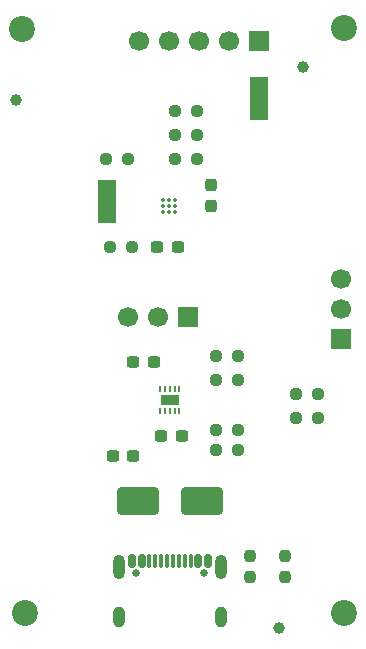
<source format=gbr>
%TF.GenerationSoftware,KiCad,Pcbnew,9.0.3*%
%TF.CreationDate,2025-08-03T17:59:23+05:30*%
%TF.ProjectId,BatteryCharger_FuelGauge_Breakout_Board,42617474-6572-4794-9368-61726765725f,rev?*%
%TF.SameCoordinates,Original*%
%TF.FileFunction,Soldermask,Top*%
%TF.FilePolarity,Negative*%
%FSLAX46Y46*%
G04 Gerber Fmt 4.6, Leading zero omitted, Abs format (unit mm)*
G04 Created by KiCad (PCBNEW 9.0.3) date 2025-08-03 17:59:23*
%MOMM*%
%LPD*%
G01*
G04 APERTURE LIST*
G04 Aperture macros list*
%AMRoundRect*
0 Rectangle with rounded corners*
0 $1 Rounding radius*
0 $2 $3 $4 $5 $6 $7 $8 $9 X,Y pos of 4 corners*
0 Add a 4 corners polygon primitive as box body*
4,1,4,$2,$3,$4,$5,$6,$7,$8,$9,$2,$3,0*
0 Add four circle primitives for the rounded corners*
1,1,$1+$1,$2,$3*
1,1,$1+$1,$4,$5*
1,1,$1+$1,$6,$7*
1,1,$1+$1,$8,$9*
0 Add four rect primitives between the rounded corners*
20,1,$1+$1,$2,$3,$4,$5,0*
20,1,$1+$1,$4,$5,$6,$7,0*
20,1,$1+$1,$6,$7,$8,$9,0*
20,1,$1+$1,$8,$9,$2,$3,0*%
G04 Aperture macros list end*
%ADD10RoundRect,0.237500X0.237500X-0.250000X0.237500X0.250000X-0.237500X0.250000X-0.237500X-0.250000X0*%
%ADD11R,1.700000X1.700000*%
%ADD12C,1.700000*%
%ADD13RoundRect,0.237500X0.250000X0.237500X-0.250000X0.237500X-0.250000X-0.237500X0.250000X-0.237500X0*%
%ADD14R,1.500000X1.000000*%
%ADD15C,2.200000*%
%ADD16RoundRect,0.237500X0.300000X0.237500X-0.300000X0.237500X-0.300000X-0.237500X0.300000X-0.237500X0*%
%ADD17RoundRect,0.237500X0.237500X-0.300000X0.237500X0.300000X-0.237500X0.300000X-0.237500X-0.300000X0*%
%ADD18RoundRect,0.237500X-0.250000X-0.237500X0.250000X-0.237500X0.250000X0.237500X-0.250000X0.237500X0*%
%ADD19C,0.650000*%
%ADD20RoundRect,0.150000X-0.150000X-0.425000X0.150000X-0.425000X0.150000X0.425000X-0.150000X0.425000X0*%
%ADD21RoundRect,0.075000X-0.075000X-0.500000X0.075000X-0.500000X0.075000X0.500000X-0.075000X0.500000X0*%
%ADD22O,1.000000X2.100000*%
%ADD23O,1.000000X1.800000*%
%ADD24C,1.000000*%
%ADD25RoundRect,0.250000X-1.500000X-0.900000X1.500000X-0.900000X1.500000X0.900000X-1.500000X0.900000X0*%
%ADD26C,0.345000*%
%ADD27RoundRect,0.237500X-0.300000X-0.237500X0.300000X-0.237500X0.300000X0.237500X-0.300000X0.237500X0*%
%ADD28RoundRect,0.050000X0.050000X-0.200000X0.050000X0.200000X-0.050000X0.200000X-0.050000X-0.200000X0*%
%ADD29C,0.300000*%
%ADD30R,1.500000X0.900000*%
G04 APERTURE END LIST*
%TO.C,JP2*%
G36*
X147550000Y-87650000D02*
G01*
X146050000Y-87650000D01*
X146050000Y-89250000D01*
X147550000Y-89250000D01*
X147550000Y-87650000D01*
G37*
%TO.C,JP1*%
G36*
X133157500Y-97950000D02*
G01*
X134657500Y-97950000D01*
X134657500Y-96350000D01*
X133157500Y-96350000D01*
X133157500Y-97950000D01*
G37*
%TD*%
D10*
%TO.C,R13*%
X146000000Y-129000000D03*
X146000000Y-127175000D03*
%TD*%
D11*
%TO.C,J1*%
X146780000Y-83550000D03*
D12*
X144240000Y-83550000D03*
X141700000Y-83550000D03*
X139160000Y-83550000D03*
X136620000Y-83550000D03*
%TD*%
D13*
%TO.C,R1*%
X141525000Y-89550000D03*
X139700000Y-89550000D03*
%TD*%
D14*
%TO.C,JP2*%
X146800000Y-87150000D03*
X146800000Y-88450000D03*
X146800000Y-89750000D03*
%TD*%
D15*
%TO.C,H4*%
X154000000Y-132000000D03*
%TD*%
D13*
%TO.C,R4*%
X135700000Y-93550000D03*
X133875000Y-93550000D03*
%TD*%
D16*
%TO.C,C3*%
X136112500Y-118750000D03*
X134387500Y-118750000D03*
%TD*%
D10*
%TO.C,R14*%
X149000000Y-129000000D03*
X149000000Y-127175000D03*
%TD*%
D17*
%TO.C,C1*%
X142700000Y-97512500D03*
X142700000Y-95787500D03*
%TD*%
D18*
%TO.C,R5*%
X134175000Y-101050000D03*
X136000000Y-101050000D03*
%TD*%
D19*
%TO.C,J3*%
X136360000Y-128645000D03*
X142140000Y-128645000D03*
D20*
X136050000Y-127570000D03*
X136850000Y-127570000D03*
D21*
X138000000Y-127570000D03*
X139000000Y-127570000D03*
X139500000Y-127570000D03*
X140500000Y-127570000D03*
D20*
X141650000Y-127570000D03*
X142450000Y-127570000D03*
X142450000Y-127570000D03*
X141650000Y-127570000D03*
D21*
X141000000Y-127570000D03*
X140000000Y-127570000D03*
X138500000Y-127570000D03*
X137500000Y-127570000D03*
D20*
X136850000Y-127570000D03*
X136050000Y-127570000D03*
D22*
X134930000Y-128145000D03*
D23*
X134930000Y-132325000D03*
D22*
X143570000Y-128145000D03*
D23*
X143570000Y-132325000D03*
%TD*%
D18*
%TO.C,R11*%
X149925000Y-115500000D03*
X151750000Y-115500000D03*
%TD*%
D24*
%TO.C,FID1*%
X150500000Y-85750000D03*
%TD*%
D15*
%TO.C,H3*%
X127000000Y-132000000D03*
%TD*%
D18*
%TO.C,R6*%
X143175000Y-116500000D03*
X145000000Y-116500000D03*
%TD*%
D14*
%TO.C,JP1*%
X133907500Y-98450000D03*
X133907500Y-97150000D03*
X133907500Y-95850000D03*
%TD*%
D15*
%TO.C,H1*%
X126700000Y-82550000D03*
%TD*%
D25*
%TO.C,D1*%
X136550000Y-122500000D03*
X141950000Y-122500000D03*
%TD*%
D18*
%TO.C,R10*%
X149925000Y-113500000D03*
X151750000Y-113500000D03*
%TD*%
D11*
%TO.C,J4*%
X153750000Y-108790000D03*
D12*
X153750000Y-106250000D03*
X153750000Y-103710000D03*
%TD*%
D26*
%TO.C,U1*%
X138700000Y-97050000D03*
X139200000Y-97050000D03*
X139700000Y-97050000D03*
X138700000Y-97550000D03*
X139200000Y-97550000D03*
X139700000Y-97550000D03*
X138700000Y-98050000D03*
X139200000Y-98050000D03*
X139700000Y-98050000D03*
%TD*%
D18*
%TO.C,R7*%
X143175000Y-118250000D03*
X145000000Y-118250000D03*
%TD*%
D24*
%TO.C,FID3*%
X148500000Y-133250000D03*
%TD*%
D27*
%TO.C,C4*%
X138525000Y-117000000D03*
X140250000Y-117000000D03*
%TD*%
D13*
%TO.C,R8*%
X145000000Y-110250000D03*
X143175000Y-110250000D03*
%TD*%
D18*
%TO.C,R9*%
X143175000Y-112250000D03*
X145000000Y-112250000D03*
%TD*%
D11*
%TO.C,J2*%
X140800000Y-106950000D03*
D12*
X138260000Y-106950000D03*
X135720000Y-106950000D03*
%TD*%
D28*
%TO.C,U2*%
X138450000Y-114950000D03*
X138850000Y-114950000D03*
X139250000Y-114950000D03*
X139650000Y-114950000D03*
X140050000Y-114950000D03*
X140050000Y-113050000D03*
X139650000Y-113050000D03*
X139250000Y-113050000D03*
X138850000Y-113050000D03*
X138450000Y-113050000D03*
D29*
X138750000Y-114000000D03*
D30*
X139250000Y-114000000D03*
D29*
X139750000Y-114000000D03*
%TD*%
D13*
%TO.C,R2*%
X141525000Y-93550000D03*
X139700000Y-93550000D03*
%TD*%
D24*
%TO.C,FID2*%
X126200000Y-88550000D03*
%TD*%
D16*
%TO.C,C5*%
X137862500Y-110750000D03*
X136137500Y-110750000D03*
%TD*%
%TO.C,C2*%
X139912500Y-101050000D03*
X138187500Y-101050000D03*
%TD*%
D15*
%TO.C,H2*%
X154000000Y-82500000D03*
%TD*%
D13*
%TO.C,R3*%
X141525000Y-91550000D03*
X139700000Y-91550000D03*
%TD*%
M02*

</source>
